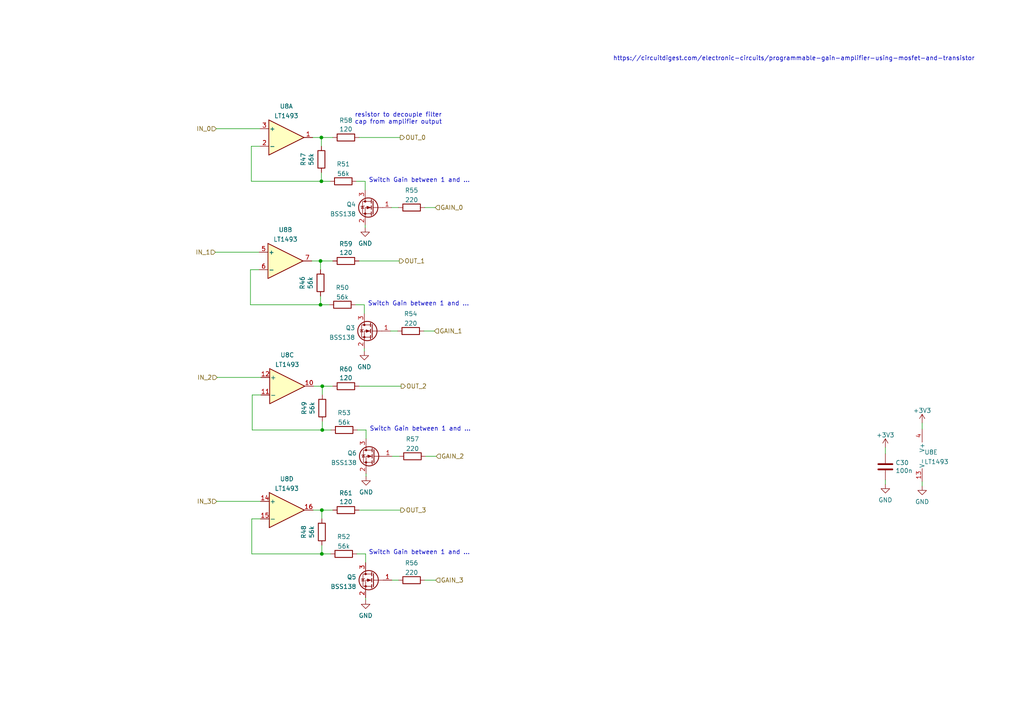
<source format=kicad_sch>
(kicad_sch (version 20211123) (generator eeschema)
  (paper "A4")
  (title_block (rev "2") (company "Jochen Steinmann"))
  (lib_symbols
    (symbol "Amplifier_Operational:LT1493" (pin_names (offset 0.127))
      (property "Reference" "U" (at 2.54 5.08 0))
      (property "Value" "LT1493" (at 5.08 -5.08 0))
      (symbol "LT1493_1_1"
        (polyline (pts (xy -5.08 5.08) (xy 5.08 0) (xy -5.08 -5.08) (xy -5.08 5.08)) (stroke (width 0.254)) (fill (type background)))
        (pin output line (at 7.62 0 180) (length 2.54) (name "~") (number "1"))
        (pin input line (at -7.62 -2.54 0) (length 2.54) (name "-") (number "2"))
        (pin input line (at -7.62 2.54 0) (length 2.54) (name "+") (number "3"))
        (pin no_connect line (at -2.54 -2.54 90) (length 2.54) hide (name "NC") (number "8"))
        (pin no_connect line (at 0 -2.54 90) (length 2.54) hide (name "NC") (number "9"))
      )
      (symbol "LT1493_2_1"
        (polyline (pts (xy -5.08 5.08) (xy 5.08 0) (xy -5.08 -5.08) (xy -5.08 5.08)) (stroke (width 0.254)) (fill (type background)))
        (pin input line (at -7.62 2.54 0) (length 2.54) (name "+") (number "5"))
        (pin input line (at -7.62 -2.54 0) (length 2.54) (name "-") (number "6"))
        (pin output line (at 7.62 0 180) (length 2.54) (name "~") (number "7"))
      )
      (symbol "LT1493_3_1"
        (polyline (pts (xy -5.08 5.08) (xy 5.08 0) (xy -5.08 -5.08) (xy -5.08 5.08)) (stroke (width 0.254)) (fill (type background)))
        (pin output line (at 7.62 0 180) (length 2.54) (name "~") (number "10"))
        (pin input line (at -7.62 -2.54 0) (length 2.54) (name "-") (number "11"))
        (pin input line (at -7.62 2.54 0) (length 2.54) (name "+") (number "12"))
      )
      (symbol "LT1493_4_1"
        (polyline (pts (xy -5.08 5.08) (xy 5.08 0) (xy -5.08 -5.08) (xy -5.08 5.08)) (stroke (width 0.254)) (fill (type background)))
        (pin input line (at -7.62 2.54 0) (length 2.54) (name "+") (number "14"))
        (pin input line (at -7.62 -2.54 0) (length 2.54) (name "-") (number "15"))
        (pin output line (at 7.62 0 180) (length 2.54) (name "~") (number "16"))
      )
      (symbol "LT1493_5_1"
        (pin power_in line (at -2.54 -7.62 90) (length 3.81) (name "V-") (number "13"))
        (pin power_in line (at -2.54 7.62 270) (length 3.81) (name "V+") (number "4"))
      )
    )
    (symbol "Device:C" (pin_numbers hide) (pin_names (offset 0.254))
      (property "Reference" "C" (at 0.635 2.54 0))
      (property "Value" "C" (at 0.635 -2.54 0))
      (symbol "C_0_1"
        (polyline (pts (xy -2.032 -0.762) (xy 2.032 -0.762)) (stroke (width 0.508)))
        (polyline (pts (xy -2.032 0.762) (xy 2.032 0.762)) (stroke (width 0.508)))
      )
      (symbol "C_1_1"
        (pin passive line (at 0 3.81 270) (length 2.794) (name "~") (number "1"))
        (pin passive line (at 0 -3.81 90) (length 2.794) (name "~") (number "2"))
      )
    )
    (symbol "Device:R" (pin_numbers hide) (pin_names (offset 0))
      (property "Reference" "R" (at 2.032 0 90))
      (property "Value" "R" (at 0 0 90))
      (symbol "R_0_1"
        (rectangle (start -1.016 -2.54) (end 1.016 2.54) (stroke (width 0.254)))
      )
      (symbol "R_1_1"
        (pin passive line (at 0 3.81 270) (length 1.27) (name "~") (number "1"))
        (pin passive line (at 0 -3.81 90) (length 1.27) (name "~") (number "2"))
      )
    )
    (symbol "Transistor_FET:BSS138" (pin_names hide)
      (property "Reference" "Q" (at 5.08 1.905 0))
      (property "Value" "BSS138" (at 5.08 0 0))
      (symbol "BSS138_0_1"
        (polyline (pts (xy 0.254 0) (xy -2.54 0)))
        (polyline (pts (xy 0.254 1.905) (xy 0.254 -1.905)) (stroke (width 0.254)))
        (polyline (pts (xy 0.762 -1.27) (xy 0.762 -2.286)) (stroke (width 0.254)))
        (polyline (pts (xy 0.762 0.508) (xy 0.762 -0.508)) (stroke (width 0.254)))
        (polyline (pts (xy 0.762 2.286) (xy 0.762 1.27)) (stroke (width 0.254)))
        (polyline (pts (xy 2.54 2.54) (xy 2.54 1.778)))
        (polyline (pts (xy 2.54 -2.54) (xy 2.54 0) (xy 0.762 0)))
        (polyline (pts (xy 0.762 -1.778) (xy 3.302 -1.778) (xy 3.302 1.778) (xy 0.762 1.778)))
        (polyline (pts (xy 1.016 0) (xy 2.032 0.381) (xy 2.032 -0.381) (xy 1.016 0)) (fill (type outline)))
        (polyline (pts (xy 2.794 0.508) (xy 2.921 0.381) (xy 3.683 0.381) (xy 3.81 0.254)))
        (polyline (pts (xy 3.302 0.381) (xy 2.921 -0.254) (xy 3.683 -0.254) (xy 3.302 0.381)))
        (circle (center 1.651 0) (radius 2.794) (stroke (width 0.254)))
        (circle (center 2.54 -1.778) (radius 0.254) (fill (type outline)))
        (circle (center 2.54 1.778) (radius 0.254) (fill (type outline)))
      )
      (symbol "BSS138_1_1"
        (pin input line (at -5.08 0 0) (length 2.54) (name "G") (number "1"))
        (pin passive line (at 2.54 -5.08 90) (length 2.54) (name "S") (number "2"))
        (pin passive line (at 2.54 5.08 270) (length 2.54) (name "D") (number "3"))
      )
    )
    (symbol "power:+3.3V" (power) (pin_names (offset 0))
      (property "Value" "+3.3V" (at 0 3.556 0))
      (symbol "+3.3V_0_1"
        (polyline (pts (xy -0.762 1.27) (xy 0 2.54)))
        (polyline (pts (xy 0 0) (xy 0 2.54)))
        (polyline (pts (xy 0 2.54) (xy 0.762 1.27)))
      )
      (symbol "+3.3V_1_1"
        (pin power_in line (at 0 0 90) (length 0) hide (name "+3V3") (number "1"))
      )
    )
    (symbol "power:GND" (power) (pin_names (offset 0))
      (property "Value" "GND" (at 0 -3.81 0))
      (symbol "GND_0_1"
        (polyline (pts (xy 0 0) (xy 0 -1.27) (xy 1.27 -1.27) (xy 0 -2.54) (xy -1.27 -1.27) (xy 0 -1.27)))
      )
      (symbol "GND_1_1"
        (pin power_in line (at 0 0 270) (length 0) hide (name "GND") (number "1"))
      )
    )
  )
  (junction (at 92.964 88.392))
  (junction (at 93.472 112.014))
  (junction (at 93.345 160.655))
  (junction (at 93.472 124.714))
  (junction (at 93.345 147.955))
  (junction (at 93.218 52.578))
  (junction (at 92.964 75.692))
  (junction (at 93.218 39.878))
  (wire (pts (xy 93.472 124.714) (xy 93.472 122.174)))
  (wire (pts (xy 95.504 88.392) (xy 92.964 88.392)))
  (wire (pts (xy 62.865 145.415) (xy 75.565 145.415)))
  (wire (pts (xy 113.792 132.334) (xy 115.824 132.334)))
  (wire (pts (xy 93.345 160.655) (xy 93.345 158.115)))
  (wire (pts (xy 103.632 124.714) (xy 106.172 124.714)))
  (wire (pts (xy 92.964 75.692) (xy 92.964 78.232)))
  (wire (pts (xy 62.992 109.474) (xy 75.692 109.474)))
  (wire (pts (xy 62.738 37.338) (xy 75.438 37.338)))
  (wire (pts (xy 113.284 96.012) (xy 115.316 96.012)))
  (wire (pts (xy 104.14 39.878) (xy 116.078 39.878)))
  (wire (pts (xy 104.14 147.955) (xy 116.205 147.955)))
  (wire (pts (xy 93.472 112.014) (xy 93.472 114.554)))
  (wire (pts (xy 106.172 137.414) (xy 106.172 138.176)))
  (wire (pts (xy 105.918 52.578) (xy 105.918 55.118)))
  (wire (pts (xy 73.152 124.714) (xy 73.152 114.554)))
  (wire (pts (xy 122.936 96.012) (xy 125.984 96.012)))
  (wire (pts (xy 90.932 112.014) (xy 93.472 112.014)))
  (wire (pts (xy 106.045 173.355) (xy 106.045 173.99)))
  (wire (pts (xy 93.218 52.578) (xy 72.898 52.578)))
  (wire (pts (xy 105.664 88.392) (xy 105.664 90.932)))
  (wire (pts (xy 267.462 122.682) (xy 267.462 124.46)))
  (wire (pts (xy 113.538 60.198) (xy 115.57 60.198)))
  (wire (pts (xy 95.885 160.655) (xy 93.345 160.655)))
  (wire (pts (xy 106.172 124.714) (xy 106.172 127.254)))
  (wire (pts (xy 93.472 112.014) (xy 96.52 112.014)))
  (wire (pts (xy 90.678 39.878) (xy 93.218 39.878)))
  (wire (pts (xy 73.025 160.655) (xy 73.025 150.495)))
  (wire (pts (xy 93.345 147.955) (xy 93.345 150.495)))
  (wire (pts (xy 123.444 132.334) (xy 126.492 132.334)))
  (wire (pts (xy 92.964 88.392) (xy 92.964 85.852)))
  (wire (pts (xy 72.644 88.392) (xy 72.644 78.232)))
  (wire (pts (xy 93.345 147.955) (xy 96.52 147.955)))
  (wire (pts (xy 113.665 168.275) (xy 115.57 168.275)))
  (wire (pts (xy 93.345 160.655) (xy 73.025 160.655)))
  (wire (pts (xy 95.758 52.578) (xy 93.218 52.578)))
  (wire (pts (xy 106.045 160.655) (xy 106.045 163.195)))
  (wire (pts (xy 105.918 65.278) (xy 105.918 66.04)))
  (wire (pts (xy 72.644 78.232) (xy 75.184 78.232)))
  (wire (pts (xy 256.794 139.192) (xy 256.794 140.462)))
  (wire (pts (xy 93.472 124.714) (xy 73.152 124.714)))
  (wire (pts (xy 104.14 112.014) (xy 116.332 112.014)))
  (wire (pts (xy 103.378 52.578) (xy 105.918 52.578)))
  (wire (pts (xy 123.19 60.198) (xy 126.238 60.198)))
  (wire (pts (xy 103.505 160.655) (xy 106.045 160.655)))
  (wire (pts (xy 93.218 52.578) (xy 93.218 50.038)))
  (wire (pts (xy 72.898 42.418) (xy 75.438 42.418)))
  (wire (pts (xy 93.218 39.878) (xy 96.52 39.878)))
  (wire (pts (xy 267.462 139.7) (xy 267.462 140.97)))
  (wire (pts (xy 256.794 129.794) (xy 256.794 131.572)))
  (wire (pts (xy 123.19 168.275) (xy 126.365 168.275)))
  (wire (pts (xy 73.152 114.554) (xy 75.692 114.554)))
  (wire (pts (xy 92.964 88.392) (xy 72.644 88.392)))
  (wire (pts (xy 93.218 39.878) (xy 93.218 42.418)))
  (wire (pts (xy 62.484 73.152) (xy 75.184 73.152)))
  (wire (pts (xy 104.14 75.692) (xy 115.824 75.692)))
  (wire (pts (xy 90.424 75.692) (xy 92.964 75.692)))
  (wire (pts (xy 73.025 150.495) (xy 75.565 150.495)))
  (wire (pts (xy 105.664 101.092) (xy 105.664 101.854)))
  (wire (pts (xy 96.012 124.714) (xy 93.472 124.714)))
  (wire (pts (xy 72.898 52.578) (xy 72.898 42.418)))
  (wire (pts (xy 92.964 75.692) (xy 96.52 75.692)))
  (wire (pts (xy 90.805 147.955) (xy 93.345 147.955)))
  (wire (pts (xy 103.124 88.392) (xy 105.664 88.392)))
  (text "Switch Gain between 1 and ..." (at 106.68 88.9 0) (effects (font (size 1.27 1.27)) (justify left bottom)))
  (text "https://circuitdigest.com/electronic-circuits/programmable-gain-amplifier-using-mosfet-and-transistor" (at 177.8 17.78 0) (effects (font (size 1.27 1.27)) (justify left bottom)))
  (text "Switch Gain between 1 and ..." (at 106.934 53.086 0) (effects (font (size 1.27 1.27)) (justify left bottom)))
  (text "Switch Gain between 1 and ..." (at 106.934 161.036 0) (effects (font (size 1.27 1.27)) (justify left bottom)))
  (text "Switch Gain between 1 and ..." (at 107.188 125.222 0) (effects (font (size 1.27 1.27)) (justify left bottom)))
  (text "resistor to decouple filter \ncap from amplifier output" (at 102.87 36.195 0) (effects (font (size 1.27 1.27)) (justify left bottom)))
  (hierarchical_label "IN_3" (shape input) (at 62.865 145.415 180))
  (hierarchical_label "GAIN_3" (shape input) (at 126.365 168.275 0))
  (hierarchical_label "OUT_1" (shape output) (at 115.824 75.692 0))
  (hierarchical_label "OUT_2" (shape output) (at 116.332 112.014 0))
  (hierarchical_label "OUT_0" (shape output) (at 116.078 39.878 0))
  (hierarchical_label "GAIN_1" (shape input) (at 125.984 96.012 0))
  (hierarchical_label "IN_1" (shape input) (at 62.484 73.152 180))
  (hierarchical_label "GAIN_2" (shape input) (at 126.492 132.334 0))
  (hierarchical_label "GAIN_0" (shape input) (at 126.238 60.198 0))
  (hierarchical_label "IN_2" (shape input) (at 62.992 109.474 180))
  (hierarchical_label "IN_0" (shape input) (at 62.738 37.338 180))
  (hierarchical_label "OUT_3" (shape output) (at 116.205 147.955 0))
  (symbol (lib_id "Device:R") (at 119.126 96.012 90) (unit 1)
    (property "Reference" "R54" (at 119.126 91.0295 90))
    (property "Value" "220" (at 119.126 93.8046 90))
    (property "Footprint" "Resistor_SMD:R_0603_1608Metric" (effects hide))
  )
  (symbol (lib_id "Device:R") (at 99.822 124.714 90) (unit 1)
    (property "Reference" "R53" (at 99.822 119.7315 90))
    (property "Value" "56k" (at 99.822 122.5066 90))
    (property "Footprint" "Resistor_SMD:R_0603_1608Metric" (effects hide))
  )
  (symbol (lib_id "Transistor_FET:BSS138") (at 108.458 60.198 0) (mirror y) (unit 1)
    (property "Reference" "Q4" (at 103.251 59.2895 0) (effects (justify left)))
    (property "Value" "BSS138" (at 103.251 62.0646 0) (effects (justify left)))
    (property "Footprint" "Package_TO_SOT_SMD:SOT-23" (effects hide))
    (property "Datasheet" "https://www.onsemi.com/pub/Collateral/BSS138-D.PDF" (effects hide))
  )
  (symbol (lib_id "power:GND") (at 105.918 66.04 0) (unit 1)
    (property "Reference" "#PWR070" (effects hide))
    (property "Value" "GND" (at 105.918 70.6025 0))
  )
  (symbol (lib_id "Device:R") (at 100.33 39.878 90) (unit 1)
    (property "Reference" "R58" (at 100.33 34.925 90))
    (property "Value" "120" (at 100.33 37.465 90))
    (property "Footprint" "Resistor_SMD:R_0603_1608Metric" (effects hide))
  )
  (symbol (lib_id "Device:R") (at 99.314 88.392 90) (unit 1)
    (property "Reference" "R50" (at 99.314 83.4095 90))
    (property "Value" "56k" (at 99.314 86.1846 90))
    (property "Footprint" "Resistor_SMD:R_0603_1608Metric" (effects hide))
  )
  (symbol (lib_id "Device:R") (at 100.33 147.955 90) (unit 1)
    (property "Reference" "R61" (at 100.33 143.002 90))
    (property "Value" "120" (at 100.33 145.542 90))
    (property "Footprint" "Resistor_SMD:R_0603_1608Metric" (effects hide))
  )
  (symbol (lib_id "Amplifier_Operational:LT1493") (at 83.058 39.878 0) (unit 1)
    (property "Reference" "U8" (at 83.058 30.8315 0))
    (property "Value" "LT1493" (at 83.058 33.6066 0))
    (property "Footprint" "Package_SO:SOIC-16_3.9x9.9mm_P1.27mm" (effects hide))
    (property "Datasheet" "https://www.analog.com/media/en/technical-documentation/data-sheets/14923f.pdf" (effects hide))
  )
  (symbol (lib_id "Amplifier_Operational:LT1493") (at 82.804 75.692 0) (unit 2)
    (property "Reference" "U8" (at 82.804 66.6455 0))
    (property "Value" "LT1493" (at 82.804 69.4206 0))
    (property "Footprint" "Package_SO:SOIC-16_3.9x9.9mm_P1.27mm" (effects hide))
    (property "Datasheet" "https://www.analog.com/media/en/technical-documentation/data-sheets/14923f.pdf" (effects hide))
  )
  (symbol (lib_id "Amplifier_Operational:LT1493") (at 83.312 112.014 0) (unit 3)
    (property "Reference" "U8" (at 83.312 102.9675 0))
    (property "Value" "LT1493" (at 83.312 105.7426 0))
    (property "Footprint" "Package_SO:SOIC-16_3.9x9.9mm_P1.27mm" (effects hide))
    (property "Datasheet" "https://www.analog.com/media/en/technical-documentation/data-sheets/14923f.pdf" (effects hide))
  )
  (symbol (lib_id "power:GND") (at 267.462 140.97 0) (unit 1)
    (property "Reference" "#PWR0124" (effects hide))
    (property "Value" "GND" (at 267.462 145.5325 0))
  )
  (symbol (lib_id "Transistor_FET:BSS138") (at 108.585 168.275 0) (mirror y) (unit 1)
    (property "Reference" "Q5" (at 103.378 167.3665 0) (effects (justify left)))
    (property "Value" "BSS138" (at 103.378 170.1416 0) (effects (justify left)))
    (property "Footprint" "Package_TO_SOT_SMD:SOT-23" (effects hide))
    (property "Datasheet" "https://www.onsemi.com/pub/Collateral/BSS138-D.PDF" (effects hide))
  )
  (symbol (lib_id "Device:R") (at 99.695 160.655 90) (unit 1)
    (property "Reference" "R52" (at 99.695 155.6725 90))
    (property "Value" "56k" (at 99.695 158.4476 90))
    (property "Footprint" "Resistor_SMD:R_0603_1608Metric" (effects hide))
  )
  (symbol (lib_id "Device:R") (at 119.38 60.198 90) (unit 1)
    (property "Reference" "R55" (at 119.38 55.2155 90))
    (property "Value" "220" (at 119.38 57.9906 90))
    (property "Footprint" "Resistor_SMD:R_0603_1608Metric" (effects hide))
  )
  (symbol (lib_id "Amplifier_Operational:LT1493") (at 83.185 147.955 0) (unit 4)
    (property "Reference" "U8" (at 83.185 138.9085 0))
    (property "Value" "LT1493" (at 83.185 141.6836 0))
    (property "Footprint" "Package_SO:SOIC-16_3.9x9.9mm_P1.27mm" (effects hide))
    (property "Datasheet" "https://www.analog.com/media/en/technical-documentation/data-sheets/14923f.pdf" (effects hide))
  )
  (symbol (lib_id "Device:R") (at 93.472 118.364 0) (unit 1)
    (property "Reference" "R49" (at 88.2142 118.364 90))
    (property "Value" "56k" (at 90.5256 118.364 90))
    (property "Footprint" "Resistor_SMD:R_0603_1608Metric" (effects hide))
  )
  (symbol (lib_id "Device:R") (at 92.964 82.042 0) (unit 1)
    (property "Reference" "R46" (at 87.7062 82.042 90))
    (property "Value" "56k" (at 90.0176 82.042 90))
    (property "Footprint" "Resistor_SMD:R_0603_1608Metric" (effects hide))
  )
  (symbol (lib_id "power:+3.3V") (at 256.794 129.794 0) (unit 1)
    (property "Reference" "#PWR073" (effects hide))
    (property "Value" "+3.3V" (at 256.794 126.1895 0))
  )
  (symbol (lib_id "power:GND") (at 106.172 138.176 0) (unit 1)
    (property "Reference" "#PWR072" (effects hide))
    (property "Value" "GND" (at 106.172 142.7385 0))
  )
  (symbol (lib_id "power:GND") (at 106.045 173.99 0) (unit 1)
    (property "Reference" "#PWR071" (effects hide))
    (property "Value" "GND" (at 106.045 178.5525 0))
  )
  (symbol (lib_id "Device:R") (at 119.634 132.334 90) (unit 1)
    (property "Reference" "R57" (at 119.634 127.3515 90))
    (property "Value" "220" (at 119.634 130.1266 90))
    (property "Footprint" "Resistor_SMD:R_0603_1608Metric" (effects hide))
  )
  (symbol (lib_id "power:+3.3V") (at 267.462 122.682 0) (unit 1)
    (property "Reference" "#PWR0125" (effects hide))
    (property "Value" "+3.3V" (at 267.462 119.0775 0))
  )
  (symbol (lib_id "Device:R") (at 119.38 168.275 90) (unit 1)
    (property "Reference" "R56" (at 119.38 163.2925 90))
    (property "Value" "220" (at 119.38 166.0676 90))
    (property "Footprint" "Resistor_SMD:R_0603_1608Metric" (effects hide))
  )
  (symbol (lib_id "Transistor_FET:BSS138") (at 108.712 132.334 0) (mirror y) (unit 1)
    (property "Reference" "Q6" (at 103.505 131.4255 0) (effects (justify left)))
    (property "Value" "BSS138" (at 103.505 134.2006 0) (effects (justify left)))
    (property "Footprint" "Package_TO_SOT_SMD:SOT-23" (effects hide))
    (property "Datasheet" "https://www.onsemi.com/pub/Collateral/BSS138-D.PDF" (effects hide))
  )
  (symbol (lib_id "Device:R") (at 93.345 154.305 0) (unit 1)
    (property "Reference" "R48" (at 88.0872 154.305 90))
    (property "Value" "56k" (at 90.3986 154.305 90))
    (property "Footprint" "Resistor_SMD:R_0603_1608Metric" (effects hide))
  )
  (symbol (lib_id "power:GND") (at 256.794 140.462 0) (unit 1)
    (property "Reference" "#PWR074" (effects hide))
    (property "Value" "GND" (at 256.794 145.0245 0))
  )
  (symbol (lib_id "Device:R") (at 93.218 46.228 0) (unit 1)
    (property "Reference" "R47" (at 87.9602 46.228 90))
    (property "Value" "56k" (at 90.2716 46.228 90))
    (property "Footprint" "Resistor_SMD:R_0603_1608Metric" (effects hide))
  )
  (symbol (lib_id "Amplifier_Operational:LT1493") (at 270.002 132.08 0) (unit 5)
    (property "Reference" "U8" (at 268.097 131.1715 0) (effects (justify left)))
    (property "Value" "LT1493" (at 268.097 133.9466 0) (effects (justify left)))
    (property "Footprint" "Package_SO:SOIC-16_3.9x9.9mm_P1.27mm" (effects hide))
    (property "Datasheet" "https://www.analog.com/media/en/technical-documentation/data-sheets/14923f.pdf" (effects hide))
  )
  (symbol (lib_id "Transistor_FET:BSS138") (at 108.204 96.012 0) (mirror y) (unit 1)
    (property "Reference" "Q3" (at 102.997 95.1035 0) (effects (justify left)))
    (property "Value" "BSS138" (at 102.997 97.8786 0) (effects (justify left)))
    (property "Footprint" "Package_TO_SOT_SMD:SOT-23" (effects hide))
    (property "Datasheet" "https://www.onsemi.com/pub/Collateral/BSS138-D.PDF" (effects hide))
  )
  (symbol (lib_id "Device:R") (at 100.33 112.014 90) (unit 1)
    (property "Reference" "R60" (at 100.33 107.061 90))
    (property "Value" "120" (at 100.33 109.601 90))
    (property "Footprint" "Resistor_SMD:R_0603_1608Metric" (effects hide))
  )
  (symbol (lib_id "Device:R") (at 100.33 75.692 90) (unit 1)
    (property "Reference" "R59" (at 100.33 70.739 90))
    (property "Value" "120" (at 100.33 73.279 90))
    (property "Footprint" "Resistor_SMD:R_0603_1608Metric" (effects hide))
  )
  (symbol (lib_id "power:GND") (at 105.664 101.854 0) (unit 1)
    (property "Reference" "#PWR069" (effects hide))
    (property "Value" "GND" (at 105.664 106.4165 0))
  )
  (symbol (lib_id "Device:C") (at 256.794 135.382 0) (unit 1)
    (property "Reference" "C30" (at 259.715 134.2136 0) (effects (justify left)))
    (property "Value" "100n" (at 259.715 136.525 0) (effects (justify left)))
    (property "Footprint" "Capacitor_SMD:C_0603_1608Metric" (effects hide))
  )
  (symbol (lib_id "Device:R") (at 99.568 52.578 90) (unit 1)
    (property "Reference" "R51" (at 99.568 47.5955 90))
    (property "Value" "56k" (at 99.568 50.3706 90))
    (property "Footprint" "Resistor_SMD:R_0603_1608Metric" (effects hide))
  )
)
</source>
